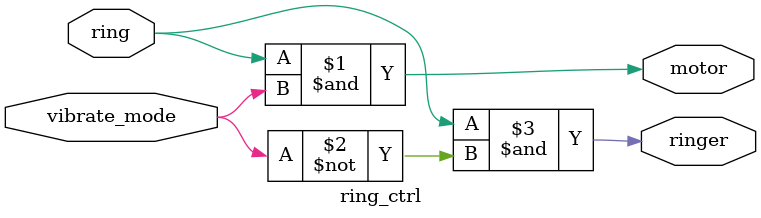
<source format=v>
module ring_ctrl(input ring,vibrate_mode,
                  output ringer , motor            
    );
   assign motor=ring&vibrate_mode;
   assign ringer=ring&(~vibrate_mode); 
    
endmodule

</source>
